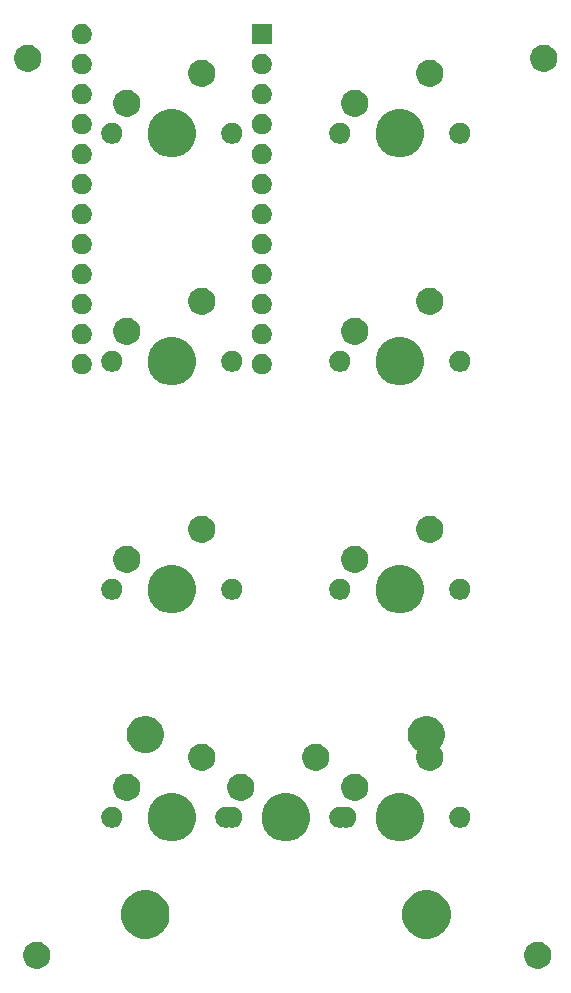
<source format=gts>
G04 #@! TF.GenerationSoftware,KiCad,Pcbnew,(5.0.1)-3*
G04 #@! TF.CreationDate,2019-12-27T22:22:09+02:00*
G04 #@! TF.ProjectId,8Sticc_2u,3853746963635F32752E6B696361645F,rev?*
G04 #@! TF.SameCoordinates,Original*
G04 #@! TF.FileFunction,Soldermask,Top*
G04 #@! TF.FilePolarity,Negative*
%FSLAX46Y46*%
G04 Gerber Fmt 4.6, Leading zero omitted, Abs format (unit mm)*
G04 Created by KiCad (PCBNEW (5.0.1)-3) date 12/27/19 22:22:09*
%MOMM*%
%LPD*%
G01*
G04 APERTURE LIST*
%ADD10C,0.100000*%
G04 APERTURE END LIST*
D10*
G36*
X142161484Y-144020982D02*
X142370952Y-144107746D01*
X142559473Y-144233712D01*
X142719788Y-144394027D01*
X142845754Y-144582548D01*
X142932518Y-144792016D01*
X142976750Y-145014385D01*
X142976750Y-145241115D01*
X142932518Y-145463484D01*
X142845754Y-145672952D01*
X142719788Y-145861473D01*
X142559473Y-146021788D01*
X142370952Y-146147754D01*
X142161484Y-146234518D01*
X141939115Y-146278750D01*
X141712385Y-146278750D01*
X141490016Y-146234518D01*
X141280548Y-146147754D01*
X141092027Y-146021788D01*
X140931712Y-145861473D01*
X140805746Y-145672952D01*
X140718982Y-145463484D01*
X140674750Y-145241115D01*
X140674750Y-145014385D01*
X140718982Y-144792016D01*
X140805746Y-144582548D01*
X140931712Y-144394027D01*
X141092027Y-144233712D01*
X141280548Y-144107746D01*
X141490016Y-144020982D01*
X141712385Y-143976750D01*
X141939115Y-143976750D01*
X142161484Y-144020982D01*
X142161484Y-144020982D01*
G37*
G36*
X99743484Y-144020982D02*
X99952952Y-144107746D01*
X100141473Y-144233712D01*
X100301788Y-144394027D01*
X100427754Y-144582548D01*
X100514518Y-144792016D01*
X100558750Y-145014385D01*
X100558750Y-145241115D01*
X100514518Y-145463484D01*
X100427754Y-145672952D01*
X100301788Y-145861473D01*
X100141473Y-146021788D01*
X99952952Y-146147754D01*
X99743484Y-146234518D01*
X99521115Y-146278750D01*
X99294385Y-146278750D01*
X99072016Y-146234518D01*
X98862548Y-146147754D01*
X98674027Y-146021788D01*
X98513712Y-145861473D01*
X98387746Y-145672952D01*
X98300982Y-145463484D01*
X98256750Y-145241115D01*
X98256750Y-145014385D01*
X98300982Y-144792016D01*
X98387746Y-144582548D01*
X98513712Y-144394027D01*
X98674027Y-144233712D01*
X98862548Y-144107746D01*
X99072016Y-144020982D01*
X99294385Y-143976750D01*
X99521115Y-143976750D01*
X99743484Y-144020982D01*
X99743484Y-144020982D01*
G37*
G36*
X132988002Y-139711568D02*
X132988004Y-139711569D01*
X132988005Y-139711569D01*
X133361263Y-139866177D01*
X133361264Y-139866178D01*
X133697189Y-140090636D01*
X133982864Y-140376311D01*
X133982866Y-140376314D01*
X134207323Y-140712237D01*
X134361931Y-141085495D01*
X134440750Y-141481744D01*
X134440750Y-141885756D01*
X134361931Y-142282005D01*
X134207323Y-142655263D01*
X134207322Y-142655264D01*
X133982864Y-142991189D01*
X133697189Y-143276864D01*
X133697186Y-143276866D01*
X133361263Y-143501323D01*
X132988005Y-143655931D01*
X132988004Y-143655931D01*
X132988002Y-143655932D01*
X132591757Y-143734750D01*
X132187743Y-143734750D01*
X131791498Y-143655932D01*
X131791496Y-143655931D01*
X131791495Y-143655931D01*
X131418237Y-143501323D01*
X131082314Y-143276866D01*
X131082311Y-143276864D01*
X130796636Y-142991189D01*
X130572178Y-142655264D01*
X130572177Y-142655263D01*
X130417569Y-142282005D01*
X130338750Y-141885756D01*
X130338750Y-141481744D01*
X130417569Y-141085495D01*
X130572177Y-140712237D01*
X130796634Y-140376314D01*
X130796636Y-140376311D01*
X131082311Y-140090636D01*
X131418236Y-139866178D01*
X131418237Y-139866177D01*
X131791495Y-139711569D01*
X131791496Y-139711569D01*
X131791498Y-139711568D01*
X132187743Y-139632750D01*
X132591757Y-139632750D01*
X132988002Y-139711568D01*
X132988002Y-139711568D01*
G37*
G36*
X109188002Y-139711568D02*
X109188004Y-139711569D01*
X109188005Y-139711569D01*
X109561263Y-139866177D01*
X109561264Y-139866178D01*
X109897189Y-140090636D01*
X110182864Y-140376311D01*
X110182866Y-140376314D01*
X110407323Y-140712237D01*
X110561931Y-141085495D01*
X110640750Y-141481744D01*
X110640750Y-141885756D01*
X110561931Y-142282005D01*
X110407323Y-142655263D01*
X110407322Y-142655264D01*
X110182864Y-142991189D01*
X109897189Y-143276864D01*
X109897186Y-143276866D01*
X109561263Y-143501323D01*
X109188005Y-143655931D01*
X109188004Y-143655931D01*
X109188002Y-143655932D01*
X108791757Y-143734750D01*
X108387743Y-143734750D01*
X107991498Y-143655932D01*
X107991496Y-143655931D01*
X107991495Y-143655931D01*
X107618237Y-143501323D01*
X107282314Y-143276866D01*
X107282311Y-143276864D01*
X106996636Y-142991189D01*
X106772178Y-142655264D01*
X106772177Y-142655263D01*
X106617569Y-142282005D01*
X106538750Y-141885756D01*
X106538750Y-141481744D01*
X106617569Y-141085495D01*
X106772177Y-140712237D01*
X106996634Y-140376314D01*
X106996636Y-140376311D01*
X107282311Y-140090636D01*
X107618236Y-139866178D01*
X107618237Y-139866177D01*
X107991495Y-139711569D01*
X107991496Y-139711569D01*
X107991498Y-139711568D01*
X108387743Y-139632750D01*
X108791757Y-139632750D01*
X109188002Y-139711568D01*
X109188002Y-139711568D01*
G37*
G36*
X121088002Y-131471568D02*
X121088004Y-131471569D01*
X121088005Y-131471569D01*
X121461263Y-131626177D01*
X121792655Y-131847607D01*
X121797189Y-131850636D01*
X122082864Y-132136311D01*
X122082866Y-132136314D01*
X122307323Y-132472237D01*
X122336530Y-132542750D01*
X122461932Y-132845498D01*
X122540750Y-133241743D01*
X122540750Y-133645757D01*
X122466686Y-134018104D01*
X122461931Y-134042005D01*
X122307323Y-134415263D01*
X122307322Y-134415264D01*
X122082864Y-134751189D01*
X121797189Y-135036864D01*
X121797186Y-135036866D01*
X121461263Y-135261323D01*
X121088005Y-135415931D01*
X121088004Y-135415931D01*
X121088002Y-135415932D01*
X120691757Y-135494750D01*
X120287743Y-135494750D01*
X119891498Y-135415932D01*
X119891496Y-135415931D01*
X119891495Y-135415931D01*
X119518237Y-135261323D01*
X119182314Y-135036866D01*
X119182311Y-135036864D01*
X118896636Y-134751189D01*
X118672178Y-134415264D01*
X118672177Y-134415263D01*
X118517569Y-134042005D01*
X118512815Y-134018104D01*
X118438750Y-133645757D01*
X118438750Y-133241743D01*
X118517568Y-132845498D01*
X118642970Y-132542750D01*
X118672177Y-132472237D01*
X118896634Y-132136314D01*
X118896636Y-132136311D01*
X119182311Y-131850636D01*
X119186845Y-131847607D01*
X119518237Y-131626177D01*
X119891495Y-131471569D01*
X119891496Y-131471569D01*
X119891498Y-131471568D01*
X120287743Y-131392750D01*
X120691757Y-131392750D01*
X121088002Y-131471568D01*
X121088002Y-131471568D01*
G37*
G36*
X130740002Y-131471568D02*
X130740004Y-131471569D01*
X130740005Y-131471569D01*
X131113263Y-131626177D01*
X131444655Y-131847607D01*
X131449189Y-131850636D01*
X131734864Y-132136311D01*
X131734866Y-132136314D01*
X131959323Y-132472237D01*
X131988530Y-132542750D01*
X132113932Y-132845498D01*
X132192750Y-133241743D01*
X132192750Y-133645757D01*
X132118686Y-134018104D01*
X132113931Y-134042005D01*
X131959323Y-134415263D01*
X131959322Y-134415264D01*
X131734864Y-134751189D01*
X131449189Y-135036864D01*
X131449186Y-135036866D01*
X131113263Y-135261323D01*
X130740005Y-135415931D01*
X130740004Y-135415931D01*
X130740002Y-135415932D01*
X130343757Y-135494750D01*
X129939743Y-135494750D01*
X129543498Y-135415932D01*
X129543496Y-135415931D01*
X129543495Y-135415931D01*
X129170237Y-135261323D01*
X128834314Y-135036866D01*
X128834311Y-135036864D01*
X128548636Y-134751189D01*
X128324178Y-134415264D01*
X128324177Y-134415263D01*
X128169569Y-134042005D01*
X128164815Y-134018104D01*
X128090750Y-133645757D01*
X128090750Y-133241743D01*
X128169568Y-132845498D01*
X128294970Y-132542750D01*
X128324177Y-132472237D01*
X128548634Y-132136314D01*
X128548636Y-132136311D01*
X128834311Y-131850636D01*
X128838845Y-131847607D01*
X129170237Y-131626177D01*
X129543495Y-131471569D01*
X129543496Y-131471569D01*
X129543498Y-131471568D01*
X129939743Y-131392750D01*
X130343757Y-131392750D01*
X130740002Y-131471568D01*
X130740002Y-131471568D01*
G37*
G36*
X111436002Y-131471568D02*
X111436004Y-131471569D01*
X111436005Y-131471569D01*
X111809263Y-131626177D01*
X112140655Y-131847607D01*
X112145189Y-131850636D01*
X112430864Y-132136311D01*
X112430866Y-132136314D01*
X112655323Y-132472237D01*
X112684530Y-132542750D01*
X112809932Y-132845498D01*
X112888750Y-133241743D01*
X112888750Y-133645757D01*
X112814686Y-134018104D01*
X112809931Y-134042005D01*
X112655323Y-134415263D01*
X112655322Y-134415264D01*
X112430864Y-134751189D01*
X112145189Y-135036864D01*
X112145186Y-135036866D01*
X111809263Y-135261323D01*
X111436005Y-135415931D01*
X111436004Y-135415931D01*
X111436002Y-135415932D01*
X111039757Y-135494750D01*
X110635743Y-135494750D01*
X110239498Y-135415932D01*
X110239496Y-135415931D01*
X110239495Y-135415931D01*
X109866237Y-135261323D01*
X109530314Y-135036866D01*
X109530311Y-135036864D01*
X109244636Y-134751189D01*
X109020178Y-134415264D01*
X109020177Y-134415263D01*
X108865569Y-134042005D01*
X108860815Y-134018104D01*
X108786750Y-133645757D01*
X108786750Y-133241743D01*
X108865568Y-132845498D01*
X108990970Y-132542750D01*
X109020177Y-132472237D01*
X109244634Y-132136314D01*
X109244636Y-132136311D01*
X109530311Y-131850636D01*
X109534845Y-131847607D01*
X109866237Y-131626177D01*
X110239495Y-131471569D01*
X110239496Y-131471569D01*
X110239498Y-131471568D01*
X110635743Y-131392750D01*
X111039757Y-131392750D01*
X111436002Y-131471568D01*
X111436002Y-131471568D01*
G37*
G36*
X135484562Y-132577374D02*
X135648534Y-132645294D01*
X135796104Y-132743897D01*
X135921603Y-132869396D01*
X136020206Y-133016966D01*
X136088126Y-133180938D01*
X136122750Y-133355009D01*
X136122750Y-133532491D01*
X136088126Y-133706562D01*
X136020206Y-133870534D01*
X135921603Y-134018104D01*
X135796104Y-134143603D01*
X135648534Y-134242206D01*
X135484562Y-134310126D01*
X135310491Y-134344750D01*
X135133009Y-134344750D01*
X134958938Y-134310126D01*
X134794966Y-134242206D01*
X134647396Y-134143603D01*
X134521897Y-134018104D01*
X134423294Y-133870534D01*
X134355374Y-133706562D01*
X134320750Y-133532491D01*
X134320750Y-133355009D01*
X134355374Y-133180938D01*
X134423294Y-133016966D01*
X134521897Y-132869396D01*
X134647396Y-132743897D01*
X134794966Y-132645294D01*
X134958938Y-132577374D01*
X135133009Y-132542750D01*
X135310491Y-132542750D01*
X135484562Y-132577374D01*
X135484562Y-132577374D01*
G37*
G36*
X115639378Y-132570773D02*
X115663749Y-132573174D01*
X115688122Y-132570773D01*
X115829009Y-132542750D01*
X116006491Y-132542750D01*
X116180562Y-132577374D01*
X116344534Y-132645294D01*
X116492104Y-132743897D01*
X116617603Y-132869396D01*
X116716206Y-133016966D01*
X116784126Y-133180938D01*
X116818750Y-133355009D01*
X116818750Y-133532491D01*
X116784126Y-133706562D01*
X116716206Y-133870534D01*
X116617603Y-134018104D01*
X116492104Y-134143603D01*
X116344534Y-134242206D01*
X116180562Y-134310126D01*
X116006491Y-134344750D01*
X115829009Y-134344750D01*
X115688122Y-134316727D01*
X115663751Y-134314326D01*
X115639378Y-134316727D01*
X115498491Y-134344750D01*
X115321009Y-134344750D01*
X115146938Y-134310126D01*
X114982966Y-134242206D01*
X114835396Y-134143603D01*
X114709897Y-134018104D01*
X114611294Y-133870534D01*
X114543374Y-133706562D01*
X114508750Y-133532491D01*
X114508750Y-133355009D01*
X114543374Y-133180938D01*
X114611294Y-133016966D01*
X114709897Y-132869396D01*
X114835396Y-132743897D01*
X114982966Y-132645294D01*
X115146938Y-132577374D01*
X115321009Y-132542750D01*
X115498491Y-132542750D01*
X115639378Y-132570773D01*
X115639378Y-132570773D01*
G37*
G36*
X106020562Y-132577374D02*
X106184534Y-132645294D01*
X106332104Y-132743897D01*
X106457603Y-132869396D01*
X106556206Y-133016966D01*
X106624126Y-133180938D01*
X106658750Y-133355009D01*
X106658750Y-133532491D01*
X106624126Y-133706562D01*
X106556206Y-133870534D01*
X106457603Y-134018104D01*
X106332104Y-134143603D01*
X106184534Y-134242206D01*
X106020562Y-134310126D01*
X105846491Y-134344750D01*
X105669009Y-134344750D01*
X105494938Y-134310126D01*
X105330966Y-134242206D01*
X105183396Y-134143603D01*
X105057897Y-134018104D01*
X104959294Y-133870534D01*
X104891374Y-133706562D01*
X104856750Y-133532491D01*
X104856750Y-133355009D01*
X104891374Y-133180938D01*
X104959294Y-133016966D01*
X105057897Y-132869396D01*
X105183396Y-132743897D01*
X105330966Y-132645294D01*
X105494938Y-132577374D01*
X105669009Y-132542750D01*
X105846491Y-132542750D01*
X106020562Y-132577374D01*
X106020562Y-132577374D01*
G37*
G36*
X125291378Y-132570773D02*
X125315749Y-132573174D01*
X125340122Y-132570773D01*
X125481009Y-132542750D01*
X125658491Y-132542750D01*
X125832562Y-132577374D01*
X125996534Y-132645294D01*
X126144104Y-132743897D01*
X126269603Y-132869396D01*
X126368206Y-133016966D01*
X126436126Y-133180938D01*
X126470750Y-133355009D01*
X126470750Y-133532491D01*
X126436126Y-133706562D01*
X126368206Y-133870534D01*
X126269603Y-134018104D01*
X126144104Y-134143603D01*
X125996534Y-134242206D01*
X125832562Y-134310126D01*
X125658491Y-134344750D01*
X125481009Y-134344750D01*
X125340122Y-134316727D01*
X125315751Y-134314326D01*
X125291378Y-134316727D01*
X125150491Y-134344750D01*
X124973009Y-134344750D01*
X124798938Y-134310126D01*
X124634966Y-134242206D01*
X124487396Y-134143603D01*
X124361897Y-134018104D01*
X124263294Y-133870534D01*
X124195374Y-133706562D01*
X124160750Y-133532491D01*
X124160750Y-133355009D01*
X124195374Y-133180938D01*
X124263294Y-133016966D01*
X124361897Y-132869396D01*
X124487396Y-132743897D01*
X124634966Y-132645294D01*
X124798938Y-132577374D01*
X124973009Y-132542750D01*
X125150491Y-132542750D01*
X125291378Y-132570773D01*
X125291378Y-132570773D01*
G37*
G36*
X117015484Y-129796982D02*
X117224952Y-129883746D01*
X117413473Y-130009712D01*
X117573788Y-130170027D01*
X117699754Y-130358548D01*
X117786518Y-130568016D01*
X117830750Y-130790385D01*
X117830750Y-131017115D01*
X117786518Y-131239484D01*
X117699754Y-131448952D01*
X117573788Y-131637473D01*
X117413473Y-131797788D01*
X117224952Y-131923754D01*
X117015484Y-132010518D01*
X116793115Y-132054750D01*
X116566385Y-132054750D01*
X116344016Y-132010518D01*
X116134548Y-131923754D01*
X115946027Y-131797788D01*
X115785712Y-131637473D01*
X115659746Y-131448952D01*
X115572982Y-131239484D01*
X115528750Y-131017115D01*
X115528750Y-130790385D01*
X115572982Y-130568016D01*
X115659746Y-130358548D01*
X115785712Y-130170027D01*
X115946027Y-130009712D01*
X116134548Y-129883746D01*
X116344016Y-129796982D01*
X116566385Y-129752750D01*
X116793115Y-129752750D01*
X117015484Y-129796982D01*
X117015484Y-129796982D01*
G37*
G36*
X107363484Y-129796982D02*
X107572952Y-129883746D01*
X107761473Y-130009712D01*
X107921788Y-130170027D01*
X108047754Y-130358548D01*
X108134518Y-130568016D01*
X108178750Y-130790385D01*
X108178750Y-131017115D01*
X108134518Y-131239484D01*
X108047754Y-131448952D01*
X107921788Y-131637473D01*
X107761473Y-131797788D01*
X107572952Y-131923754D01*
X107363484Y-132010518D01*
X107141115Y-132054750D01*
X106914385Y-132054750D01*
X106692016Y-132010518D01*
X106482548Y-131923754D01*
X106294027Y-131797788D01*
X106133712Y-131637473D01*
X106007746Y-131448952D01*
X105920982Y-131239484D01*
X105876750Y-131017115D01*
X105876750Y-130790385D01*
X105920982Y-130568016D01*
X106007746Y-130358548D01*
X106133712Y-130170027D01*
X106294027Y-130009712D01*
X106482548Y-129883746D01*
X106692016Y-129796982D01*
X106914385Y-129752750D01*
X107141115Y-129752750D01*
X107363484Y-129796982D01*
X107363484Y-129796982D01*
G37*
G36*
X126667484Y-129796982D02*
X126876952Y-129883746D01*
X127065473Y-130009712D01*
X127225788Y-130170027D01*
X127351754Y-130358548D01*
X127438518Y-130568016D01*
X127482750Y-130790385D01*
X127482750Y-131017115D01*
X127438518Y-131239484D01*
X127351754Y-131448952D01*
X127225788Y-131637473D01*
X127065473Y-131797788D01*
X126876952Y-131923754D01*
X126667484Y-132010518D01*
X126445115Y-132054750D01*
X126218385Y-132054750D01*
X125996016Y-132010518D01*
X125786548Y-131923754D01*
X125598027Y-131797788D01*
X125437712Y-131637473D01*
X125311746Y-131448952D01*
X125224982Y-131239484D01*
X125180750Y-131017115D01*
X125180750Y-130790385D01*
X125224982Y-130568016D01*
X125311746Y-130358548D01*
X125437712Y-130170027D01*
X125598027Y-130009712D01*
X125786548Y-129883746D01*
X125996016Y-129796982D01*
X126218385Y-129752750D01*
X126445115Y-129752750D01*
X126667484Y-129796982D01*
X126667484Y-129796982D01*
G37*
G36*
X113713484Y-127256982D02*
X113922952Y-127343746D01*
X114111473Y-127469712D01*
X114271788Y-127630027D01*
X114397754Y-127818548D01*
X114484518Y-128028016D01*
X114528750Y-128250385D01*
X114528750Y-128477115D01*
X114484518Y-128699484D01*
X114397754Y-128908952D01*
X114271788Y-129097473D01*
X114111473Y-129257788D01*
X113922952Y-129383754D01*
X113713484Y-129470518D01*
X113491115Y-129514750D01*
X113264385Y-129514750D01*
X113042016Y-129470518D01*
X112832548Y-129383754D01*
X112644027Y-129257788D01*
X112483712Y-129097473D01*
X112357746Y-128908952D01*
X112270982Y-128699484D01*
X112226750Y-128477115D01*
X112226750Y-128250385D01*
X112270982Y-128028016D01*
X112357746Y-127818548D01*
X112483712Y-127630027D01*
X112644027Y-127469712D01*
X112832548Y-127343746D01*
X113042016Y-127256982D01*
X113264385Y-127212750D01*
X113491115Y-127212750D01*
X113713484Y-127256982D01*
X113713484Y-127256982D01*
G37*
G36*
X132595489Y-124877798D02*
X132849452Y-124928314D01*
X133136266Y-125047117D01*
X133394392Y-125219591D01*
X133613909Y-125439108D01*
X133786383Y-125697234D01*
X133905186Y-125984048D01*
X133965750Y-126288528D01*
X133965750Y-126598972D01*
X133905186Y-126903452D01*
X133786383Y-127190266D01*
X133613909Y-127448392D01*
X133590843Y-127471458D01*
X133575297Y-127490400D01*
X133563746Y-127512011D01*
X133556633Y-127535460D01*
X133554231Y-127559846D01*
X133556633Y-127584232D01*
X133563746Y-127607681D01*
X133575297Y-127629292D01*
X133701754Y-127818548D01*
X133788518Y-128028016D01*
X133832750Y-128250385D01*
X133832750Y-128477115D01*
X133788518Y-128699484D01*
X133701754Y-128908952D01*
X133575788Y-129097473D01*
X133415473Y-129257788D01*
X133226952Y-129383754D01*
X133017484Y-129470518D01*
X132795115Y-129514750D01*
X132568385Y-129514750D01*
X132346016Y-129470518D01*
X132136548Y-129383754D01*
X131948027Y-129257788D01*
X131787712Y-129097473D01*
X131661746Y-128908952D01*
X131574982Y-128699484D01*
X131530750Y-128477115D01*
X131530750Y-128250385D01*
X131574982Y-128028016D01*
X131611392Y-127940113D01*
X131618505Y-127916663D01*
X131620907Y-127892277D01*
X131618505Y-127867891D01*
X131611392Y-127844442D01*
X131599840Y-127822831D01*
X131584295Y-127803889D01*
X131565357Y-127788348D01*
X131385108Y-127667909D01*
X131165591Y-127448392D01*
X130993117Y-127190266D01*
X130874314Y-126903452D01*
X130813750Y-126598972D01*
X130813750Y-126288528D01*
X130874314Y-125984048D01*
X130993117Y-125697234D01*
X131165591Y-125439108D01*
X131385108Y-125219591D01*
X131643234Y-125047117D01*
X131930048Y-124928314D01*
X132184011Y-124877798D01*
X132234527Y-124867750D01*
X132544973Y-124867750D01*
X132595489Y-124877798D01*
X132595489Y-124877798D01*
G37*
G36*
X123365484Y-127256982D02*
X123574952Y-127343746D01*
X123763473Y-127469712D01*
X123923788Y-127630027D01*
X124049754Y-127818548D01*
X124136518Y-128028016D01*
X124180750Y-128250385D01*
X124180750Y-128477115D01*
X124136518Y-128699484D01*
X124049754Y-128908952D01*
X123923788Y-129097473D01*
X123763473Y-129257788D01*
X123574952Y-129383754D01*
X123365484Y-129470518D01*
X123143115Y-129514750D01*
X122916385Y-129514750D01*
X122694016Y-129470518D01*
X122484548Y-129383754D01*
X122296027Y-129257788D01*
X122135712Y-129097473D01*
X122009746Y-128908952D01*
X121922982Y-128699484D01*
X121878750Y-128477115D01*
X121878750Y-128250385D01*
X121922982Y-128028016D01*
X122009746Y-127818548D01*
X122135712Y-127630027D01*
X122296027Y-127469712D01*
X122484548Y-127343746D01*
X122694016Y-127256982D01*
X122916385Y-127212750D01*
X123143115Y-127212750D01*
X123365484Y-127256982D01*
X123365484Y-127256982D01*
G37*
G36*
X108795489Y-124877798D02*
X109049452Y-124928314D01*
X109336266Y-125047117D01*
X109594392Y-125219591D01*
X109813909Y-125439108D01*
X109986383Y-125697234D01*
X110105186Y-125984048D01*
X110165750Y-126288528D01*
X110165750Y-126598972D01*
X110105186Y-126903452D01*
X109986383Y-127190266D01*
X109813909Y-127448392D01*
X109594392Y-127667909D01*
X109336266Y-127840383D01*
X109049452Y-127959186D01*
X108795489Y-128009702D01*
X108744973Y-128019750D01*
X108434527Y-128019750D01*
X108384011Y-128009702D01*
X108130048Y-127959186D01*
X107843234Y-127840383D01*
X107585108Y-127667909D01*
X107365591Y-127448392D01*
X107193117Y-127190266D01*
X107074314Y-126903452D01*
X107013750Y-126598972D01*
X107013750Y-126288528D01*
X107074314Y-125984048D01*
X107193117Y-125697234D01*
X107365591Y-125439108D01*
X107585108Y-125219591D01*
X107843234Y-125047117D01*
X108130048Y-124928314D01*
X108384011Y-124877798D01*
X108434527Y-124867750D01*
X108744973Y-124867750D01*
X108795489Y-124877798D01*
X108795489Y-124877798D01*
G37*
G36*
X130740002Y-112167568D02*
X130740004Y-112167569D01*
X130740005Y-112167569D01*
X131113263Y-112322177D01*
X131444655Y-112543607D01*
X131449189Y-112546636D01*
X131734864Y-112832311D01*
X131734866Y-112832314D01*
X131959323Y-113168237D01*
X131988530Y-113238750D01*
X132113932Y-113541498D01*
X132192750Y-113937743D01*
X132192750Y-114341757D01*
X132118686Y-114714104D01*
X132113931Y-114738005D01*
X131959323Y-115111263D01*
X131959322Y-115111264D01*
X131734864Y-115447189D01*
X131449189Y-115732864D01*
X131449186Y-115732866D01*
X131113263Y-115957323D01*
X130740005Y-116111931D01*
X130740004Y-116111931D01*
X130740002Y-116111932D01*
X130343757Y-116190750D01*
X129939743Y-116190750D01*
X129543498Y-116111932D01*
X129543496Y-116111931D01*
X129543495Y-116111931D01*
X129170237Y-115957323D01*
X128834314Y-115732866D01*
X128834311Y-115732864D01*
X128548636Y-115447189D01*
X128324178Y-115111264D01*
X128324177Y-115111263D01*
X128169569Y-114738005D01*
X128164815Y-114714104D01*
X128090750Y-114341757D01*
X128090750Y-113937743D01*
X128169568Y-113541498D01*
X128294970Y-113238750D01*
X128324177Y-113168237D01*
X128548634Y-112832314D01*
X128548636Y-112832311D01*
X128834311Y-112546636D01*
X128838845Y-112543607D01*
X129170237Y-112322177D01*
X129543495Y-112167569D01*
X129543496Y-112167569D01*
X129543498Y-112167568D01*
X129939743Y-112088750D01*
X130343757Y-112088750D01*
X130740002Y-112167568D01*
X130740002Y-112167568D01*
G37*
G36*
X111436002Y-112167568D02*
X111436004Y-112167569D01*
X111436005Y-112167569D01*
X111809263Y-112322177D01*
X112140655Y-112543607D01*
X112145189Y-112546636D01*
X112430864Y-112832311D01*
X112430866Y-112832314D01*
X112655323Y-113168237D01*
X112684530Y-113238750D01*
X112809932Y-113541498D01*
X112888750Y-113937743D01*
X112888750Y-114341757D01*
X112814686Y-114714104D01*
X112809931Y-114738005D01*
X112655323Y-115111263D01*
X112655322Y-115111264D01*
X112430864Y-115447189D01*
X112145189Y-115732864D01*
X112145186Y-115732866D01*
X111809263Y-115957323D01*
X111436005Y-116111931D01*
X111436004Y-116111931D01*
X111436002Y-116111932D01*
X111039757Y-116190750D01*
X110635743Y-116190750D01*
X110239498Y-116111932D01*
X110239496Y-116111931D01*
X110239495Y-116111931D01*
X109866237Y-115957323D01*
X109530314Y-115732866D01*
X109530311Y-115732864D01*
X109244636Y-115447189D01*
X109020178Y-115111264D01*
X109020177Y-115111263D01*
X108865569Y-114738005D01*
X108860815Y-114714104D01*
X108786750Y-114341757D01*
X108786750Y-113937743D01*
X108865568Y-113541498D01*
X108990970Y-113238750D01*
X109020177Y-113168237D01*
X109244634Y-112832314D01*
X109244636Y-112832311D01*
X109530311Y-112546636D01*
X109534845Y-112543607D01*
X109866237Y-112322177D01*
X110239495Y-112167569D01*
X110239496Y-112167569D01*
X110239498Y-112167568D01*
X110635743Y-112088750D01*
X111039757Y-112088750D01*
X111436002Y-112167568D01*
X111436002Y-112167568D01*
G37*
G36*
X106020562Y-113273374D02*
X106184534Y-113341294D01*
X106332104Y-113439897D01*
X106457603Y-113565396D01*
X106556206Y-113712966D01*
X106624126Y-113876938D01*
X106658750Y-114051009D01*
X106658750Y-114228491D01*
X106624126Y-114402562D01*
X106556206Y-114566534D01*
X106457603Y-114714104D01*
X106332104Y-114839603D01*
X106184534Y-114938206D01*
X106020562Y-115006126D01*
X105846491Y-115040750D01*
X105669009Y-115040750D01*
X105494938Y-115006126D01*
X105330966Y-114938206D01*
X105183396Y-114839603D01*
X105057897Y-114714104D01*
X104959294Y-114566534D01*
X104891374Y-114402562D01*
X104856750Y-114228491D01*
X104856750Y-114051009D01*
X104891374Y-113876938D01*
X104959294Y-113712966D01*
X105057897Y-113565396D01*
X105183396Y-113439897D01*
X105330966Y-113341294D01*
X105494938Y-113273374D01*
X105669009Y-113238750D01*
X105846491Y-113238750D01*
X106020562Y-113273374D01*
X106020562Y-113273374D01*
G37*
G36*
X135484562Y-113273374D02*
X135648534Y-113341294D01*
X135796104Y-113439897D01*
X135921603Y-113565396D01*
X136020206Y-113712966D01*
X136088126Y-113876938D01*
X136122750Y-114051009D01*
X136122750Y-114228491D01*
X136088126Y-114402562D01*
X136020206Y-114566534D01*
X135921603Y-114714104D01*
X135796104Y-114839603D01*
X135648534Y-114938206D01*
X135484562Y-115006126D01*
X135310491Y-115040750D01*
X135133009Y-115040750D01*
X134958938Y-115006126D01*
X134794966Y-114938206D01*
X134647396Y-114839603D01*
X134521897Y-114714104D01*
X134423294Y-114566534D01*
X134355374Y-114402562D01*
X134320750Y-114228491D01*
X134320750Y-114051009D01*
X134355374Y-113876938D01*
X134423294Y-113712966D01*
X134521897Y-113565396D01*
X134647396Y-113439897D01*
X134794966Y-113341294D01*
X134958938Y-113273374D01*
X135133009Y-113238750D01*
X135310491Y-113238750D01*
X135484562Y-113273374D01*
X135484562Y-113273374D01*
G37*
G36*
X125324562Y-113273374D02*
X125488534Y-113341294D01*
X125636104Y-113439897D01*
X125761603Y-113565396D01*
X125860206Y-113712966D01*
X125928126Y-113876938D01*
X125962750Y-114051009D01*
X125962750Y-114228491D01*
X125928126Y-114402562D01*
X125860206Y-114566534D01*
X125761603Y-114714104D01*
X125636104Y-114839603D01*
X125488534Y-114938206D01*
X125324562Y-115006126D01*
X125150491Y-115040750D01*
X124973009Y-115040750D01*
X124798938Y-115006126D01*
X124634966Y-114938206D01*
X124487396Y-114839603D01*
X124361897Y-114714104D01*
X124263294Y-114566534D01*
X124195374Y-114402562D01*
X124160750Y-114228491D01*
X124160750Y-114051009D01*
X124195374Y-113876938D01*
X124263294Y-113712966D01*
X124361897Y-113565396D01*
X124487396Y-113439897D01*
X124634966Y-113341294D01*
X124798938Y-113273374D01*
X124973009Y-113238750D01*
X125150491Y-113238750D01*
X125324562Y-113273374D01*
X125324562Y-113273374D01*
G37*
G36*
X116180562Y-113273374D02*
X116344534Y-113341294D01*
X116492104Y-113439897D01*
X116617603Y-113565396D01*
X116716206Y-113712966D01*
X116784126Y-113876938D01*
X116818750Y-114051009D01*
X116818750Y-114228491D01*
X116784126Y-114402562D01*
X116716206Y-114566534D01*
X116617603Y-114714104D01*
X116492104Y-114839603D01*
X116344534Y-114938206D01*
X116180562Y-115006126D01*
X116006491Y-115040750D01*
X115829009Y-115040750D01*
X115654938Y-115006126D01*
X115490966Y-114938206D01*
X115343396Y-114839603D01*
X115217897Y-114714104D01*
X115119294Y-114566534D01*
X115051374Y-114402562D01*
X115016750Y-114228491D01*
X115016750Y-114051009D01*
X115051374Y-113876938D01*
X115119294Y-113712966D01*
X115217897Y-113565396D01*
X115343396Y-113439897D01*
X115490966Y-113341294D01*
X115654938Y-113273374D01*
X115829009Y-113238750D01*
X116006491Y-113238750D01*
X116180562Y-113273374D01*
X116180562Y-113273374D01*
G37*
G36*
X107363484Y-110492982D02*
X107572952Y-110579746D01*
X107761473Y-110705712D01*
X107921788Y-110866027D01*
X108047754Y-111054548D01*
X108134518Y-111264016D01*
X108178750Y-111486385D01*
X108178750Y-111713115D01*
X108134518Y-111935484D01*
X108047754Y-112144952D01*
X107921788Y-112333473D01*
X107761473Y-112493788D01*
X107572952Y-112619754D01*
X107363484Y-112706518D01*
X107141115Y-112750750D01*
X106914385Y-112750750D01*
X106692016Y-112706518D01*
X106482548Y-112619754D01*
X106294027Y-112493788D01*
X106133712Y-112333473D01*
X106007746Y-112144952D01*
X105920982Y-111935484D01*
X105876750Y-111713115D01*
X105876750Y-111486385D01*
X105920982Y-111264016D01*
X106007746Y-111054548D01*
X106133712Y-110866027D01*
X106294027Y-110705712D01*
X106482548Y-110579746D01*
X106692016Y-110492982D01*
X106914385Y-110448750D01*
X107141115Y-110448750D01*
X107363484Y-110492982D01*
X107363484Y-110492982D01*
G37*
G36*
X126667484Y-110492982D02*
X126876952Y-110579746D01*
X127065473Y-110705712D01*
X127225788Y-110866027D01*
X127351754Y-111054548D01*
X127438518Y-111264016D01*
X127482750Y-111486385D01*
X127482750Y-111713115D01*
X127438518Y-111935484D01*
X127351754Y-112144952D01*
X127225788Y-112333473D01*
X127065473Y-112493788D01*
X126876952Y-112619754D01*
X126667484Y-112706518D01*
X126445115Y-112750750D01*
X126218385Y-112750750D01*
X125996016Y-112706518D01*
X125786548Y-112619754D01*
X125598027Y-112493788D01*
X125437712Y-112333473D01*
X125311746Y-112144952D01*
X125224982Y-111935484D01*
X125180750Y-111713115D01*
X125180750Y-111486385D01*
X125224982Y-111264016D01*
X125311746Y-111054548D01*
X125437712Y-110866027D01*
X125598027Y-110705712D01*
X125786548Y-110579746D01*
X125996016Y-110492982D01*
X126218385Y-110448750D01*
X126445115Y-110448750D01*
X126667484Y-110492982D01*
X126667484Y-110492982D01*
G37*
G36*
X133017484Y-107952982D02*
X133226952Y-108039746D01*
X133415473Y-108165712D01*
X133575788Y-108326027D01*
X133701754Y-108514548D01*
X133788518Y-108724016D01*
X133832750Y-108946385D01*
X133832750Y-109173115D01*
X133788518Y-109395484D01*
X133701754Y-109604952D01*
X133575788Y-109793473D01*
X133415473Y-109953788D01*
X133226952Y-110079754D01*
X133017484Y-110166518D01*
X132795115Y-110210750D01*
X132568385Y-110210750D01*
X132346016Y-110166518D01*
X132136548Y-110079754D01*
X131948027Y-109953788D01*
X131787712Y-109793473D01*
X131661746Y-109604952D01*
X131574982Y-109395484D01*
X131530750Y-109173115D01*
X131530750Y-108946385D01*
X131574982Y-108724016D01*
X131661746Y-108514548D01*
X131787712Y-108326027D01*
X131948027Y-108165712D01*
X132136548Y-108039746D01*
X132346016Y-107952982D01*
X132568385Y-107908750D01*
X132795115Y-107908750D01*
X133017484Y-107952982D01*
X133017484Y-107952982D01*
G37*
G36*
X113713484Y-107952982D02*
X113922952Y-108039746D01*
X114111473Y-108165712D01*
X114271788Y-108326027D01*
X114397754Y-108514548D01*
X114484518Y-108724016D01*
X114528750Y-108946385D01*
X114528750Y-109173115D01*
X114484518Y-109395484D01*
X114397754Y-109604952D01*
X114271788Y-109793473D01*
X114111473Y-109953788D01*
X113922952Y-110079754D01*
X113713484Y-110166518D01*
X113491115Y-110210750D01*
X113264385Y-110210750D01*
X113042016Y-110166518D01*
X112832548Y-110079754D01*
X112644027Y-109953788D01*
X112483712Y-109793473D01*
X112357746Y-109604952D01*
X112270982Y-109395484D01*
X112226750Y-109173115D01*
X112226750Y-108946385D01*
X112270982Y-108724016D01*
X112357746Y-108514548D01*
X112483712Y-108326027D01*
X112644027Y-108165712D01*
X112832548Y-108039746D01*
X113042016Y-107952982D01*
X113264385Y-107908750D01*
X113491115Y-107908750D01*
X113713484Y-107952982D01*
X113713484Y-107952982D01*
G37*
G36*
X130740002Y-92863568D02*
X130740004Y-92863569D01*
X130740005Y-92863569D01*
X131113263Y-93018177D01*
X131401489Y-93210764D01*
X131449189Y-93242636D01*
X131734864Y-93528311D01*
X131734866Y-93528314D01*
X131959323Y-93864237D01*
X131988530Y-93934750D01*
X132113932Y-94237498D01*
X132192750Y-94633743D01*
X132192750Y-95037757D01*
X132118686Y-95410104D01*
X132113931Y-95434005D01*
X131959323Y-95807263D01*
X131737893Y-96138655D01*
X131734864Y-96143189D01*
X131449189Y-96428864D01*
X131449186Y-96428866D01*
X131113263Y-96653323D01*
X130740005Y-96807931D01*
X130740004Y-96807931D01*
X130740002Y-96807932D01*
X130343757Y-96886750D01*
X129939743Y-96886750D01*
X129543498Y-96807932D01*
X129543496Y-96807931D01*
X129543495Y-96807931D01*
X129170237Y-96653323D01*
X128834314Y-96428866D01*
X128834311Y-96428864D01*
X128548636Y-96143189D01*
X128545607Y-96138655D01*
X128324177Y-95807263D01*
X128169569Y-95434005D01*
X128164815Y-95410104D01*
X128090750Y-95037757D01*
X128090750Y-94633743D01*
X128169568Y-94237498D01*
X128294970Y-93934750D01*
X128324177Y-93864237D01*
X128548634Y-93528314D01*
X128548636Y-93528311D01*
X128834311Y-93242636D01*
X128882011Y-93210764D01*
X129170237Y-93018177D01*
X129543495Y-92863569D01*
X129543496Y-92863569D01*
X129543498Y-92863568D01*
X129939743Y-92784750D01*
X130343757Y-92784750D01*
X130740002Y-92863568D01*
X130740002Y-92863568D01*
G37*
G36*
X111436002Y-92863568D02*
X111436004Y-92863569D01*
X111436005Y-92863569D01*
X111809263Y-93018177D01*
X112097489Y-93210764D01*
X112145189Y-93242636D01*
X112430864Y-93528311D01*
X112430866Y-93528314D01*
X112655323Y-93864237D01*
X112684530Y-93934750D01*
X112809932Y-94237498D01*
X112888750Y-94633743D01*
X112888750Y-95037757D01*
X112814686Y-95410104D01*
X112809931Y-95434005D01*
X112655323Y-95807263D01*
X112433893Y-96138655D01*
X112430864Y-96143189D01*
X112145189Y-96428864D01*
X112145186Y-96428866D01*
X111809263Y-96653323D01*
X111436005Y-96807931D01*
X111436004Y-96807931D01*
X111436002Y-96807932D01*
X111039757Y-96886750D01*
X110635743Y-96886750D01*
X110239498Y-96807932D01*
X110239496Y-96807931D01*
X110239495Y-96807931D01*
X109866237Y-96653323D01*
X109530314Y-96428866D01*
X109530311Y-96428864D01*
X109244636Y-96143189D01*
X109241607Y-96138655D01*
X109020177Y-95807263D01*
X108865569Y-95434005D01*
X108860815Y-95410104D01*
X108786750Y-95037757D01*
X108786750Y-94633743D01*
X108865568Y-94237498D01*
X108990970Y-93934750D01*
X109020177Y-93864237D01*
X109244634Y-93528314D01*
X109244636Y-93528311D01*
X109530311Y-93242636D01*
X109578011Y-93210764D01*
X109866237Y-93018177D01*
X110239495Y-92863569D01*
X110239496Y-92863569D01*
X110239498Y-92863568D01*
X110635743Y-92784750D01*
X111039757Y-92784750D01*
X111436002Y-92863568D01*
X111436002Y-92863568D01*
G37*
G36*
X118705978Y-94271453D02*
X118860850Y-94335603D01*
X119000231Y-94428735D01*
X119118765Y-94547269D01*
X119211897Y-94686650D01*
X119276047Y-94841522D01*
X119308750Y-95005934D01*
X119308750Y-95173566D01*
X119276047Y-95337978D01*
X119211897Y-95492850D01*
X119118765Y-95632231D01*
X119000231Y-95750765D01*
X118860850Y-95843897D01*
X118705978Y-95908047D01*
X118541566Y-95940750D01*
X118373934Y-95940750D01*
X118209522Y-95908047D01*
X118054650Y-95843897D01*
X117915269Y-95750765D01*
X117796735Y-95632231D01*
X117703603Y-95492850D01*
X117639453Y-95337978D01*
X117606750Y-95173566D01*
X117606750Y-95005934D01*
X117639453Y-94841522D01*
X117703603Y-94686650D01*
X117796735Y-94547269D01*
X117915269Y-94428735D01*
X118054650Y-94335603D01*
X118209522Y-94271453D01*
X118373934Y-94238750D01*
X118541566Y-94238750D01*
X118705978Y-94271453D01*
X118705978Y-94271453D01*
G37*
G36*
X103465978Y-94271453D02*
X103620850Y-94335603D01*
X103760231Y-94428735D01*
X103878765Y-94547269D01*
X103971897Y-94686650D01*
X104036047Y-94841522D01*
X104068750Y-95005934D01*
X104068750Y-95173566D01*
X104036047Y-95337978D01*
X103971897Y-95492850D01*
X103878765Y-95632231D01*
X103760231Y-95750765D01*
X103620850Y-95843897D01*
X103465978Y-95908047D01*
X103301566Y-95940750D01*
X103133934Y-95940750D01*
X102969522Y-95908047D01*
X102814650Y-95843897D01*
X102675269Y-95750765D01*
X102556735Y-95632231D01*
X102463603Y-95492850D01*
X102399453Y-95337978D01*
X102366750Y-95173566D01*
X102366750Y-95005934D01*
X102399453Y-94841522D01*
X102463603Y-94686650D01*
X102556735Y-94547269D01*
X102675269Y-94428735D01*
X102814650Y-94335603D01*
X102969522Y-94271453D01*
X103133934Y-94238750D01*
X103301566Y-94238750D01*
X103465978Y-94271453D01*
X103465978Y-94271453D01*
G37*
G36*
X106020562Y-93969374D02*
X106184534Y-94037294D01*
X106332104Y-94135897D01*
X106457603Y-94261396D01*
X106556206Y-94408966D01*
X106624126Y-94572938D01*
X106658750Y-94747009D01*
X106658750Y-94924491D01*
X106624126Y-95098562D01*
X106556206Y-95262534D01*
X106457603Y-95410104D01*
X106332104Y-95535603D01*
X106184534Y-95634206D01*
X106020562Y-95702126D01*
X105846491Y-95736750D01*
X105669009Y-95736750D01*
X105494938Y-95702126D01*
X105330966Y-95634206D01*
X105183396Y-95535603D01*
X105057897Y-95410104D01*
X104959294Y-95262534D01*
X104891374Y-95098562D01*
X104856750Y-94924491D01*
X104856750Y-94747009D01*
X104891374Y-94572938D01*
X104959294Y-94408966D01*
X105057897Y-94261396D01*
X105183396Y-94135897D01*
X105330966Y-94037294D01*
X105494938Y-93969374D01*
X105669009Y-93934750D01*
X105846491Y-93934750D01*
X106020562Y-93969374D01*
X106020562Y-93969374D01*
G37*
G36*
X116180562Y-93969374D02*
X116344534Y-94037294D01*
X116492104Y-94135897D01*
X116617603Y-94261396D01*
X116716206Y-94408966D01*
X116784126Y-94572938D01*
X116818750Y-94747009D01*
X116818750Y-94924491D01*
X116784126Y-95098562D01*
X116716206Y-95262534D01*
X116617603Y-95410104D01*
X116492104Y-95535603D01*
X116344534Y-95634206D01*
X116180562Y-95702126D01*
X116006491Y-95736750D01*
X115829009Y-95736750D01*
X115654938Y-95702126D01*
X115490966Y-95634206D01*
X115343396Y-95535603D01*
X115217897Y-95410104D01*
X115119294Y-95262534D01*
X115051374Y-95098562D01*
X115016750Y-94924491D01*
X115016750Y-94747009D01*
X115051374Y-94572938D01*
X115119294Y-94408966D01*
X115217897Y-94261396D01*
X115343396Y-94135897D01*
X115490966Y-94037294D01*
X115654938Y-93969374D01*
X115829009Y-93934750D01*
X116006491Y-93934750D01*
X116180562Y-93969374D01*
X116180562Y-93969374D01*
G37*
G36*
X135484562Y-93969374D02*
X135648534Y-94037294D01*
X135796104Y-94135897D01*
X135921603Y-94261396D01*
X136020206Y-94408966D01*
X136088126Y-94572938D01*
X136122750Y-94747009D01*
X136122750Y-94924491D01*
X136088126Y-95098562D01*
X136020206Y-95262534D01*
X135921603Y-95410104D01*
X135796104Y-95535603D01*
X135648534Y-95634206D01*
X135484562Y-95702126D01*
X135310491Y-95736750D01*
X135133009Y-95736750D01*
X134958938Y-95702126D01*
X134794966Y-95634206D01*
X134647396Y-95535603D01*
X134521897Y-95410104D01*
X134423294Y-95262534D01*
X134355374Y-95098562D01*
X134320750Y-94924491D01*
X134320750Y-94747009D01*
X134355374Y-94572938D01*
X134423294Y-94408966D01*
X134521897Y-94261396D01*
X134647396Y-94135897D01*
X134794966Y-94037294D01*
X134958938Y-93969374D01*
X135133009Y-93934750D01*
X135310491Y-93934750D01*
X135484562Y-93969374D01*
X135484562Y-93969374D01*
G37*
G36*
X125324562Y-93969374D02*
X125488534Y-94037294D01*
X125636104Y-94135897D01*
X125761603Y-94261396D01*
X125860206Y-94408966D01*
X125928126Y-94572938D01*
X125962750Y-94747009D01*
X125962750Y-94924491D01*
X125928126Y-95098562D01*
X125860206Y-95262534D01*
X125761603Y-95410104D01*
X125636104Y-95535603D01*
X125488534Y-95634206D01*
X125324562Y-95702126D01*
X125150491Y-95736750D01*
X124973009Y-95736750D01*
X124798938Y-95702126D01*
X124634966Y-95634206D01*
X124487396Y-95535603D01*
X124361897Y-95410104D01*
X124263294Y-95262534D01*
X124195374Y-95098562D01*
X124160750Y-94924491D01*
X124160750Y-94747009D01*
X124195374Y-94572938D01*
X124263294Y-94408966D01*
X124361897Y-94261396D01*
X124487396Y-94135897D01*
X124634966Y-94037294D01*
X124798938Y-93969374D01*
X124973009Y-93934750D01*
X125150491Y-93934750D01*
X125324562Y-93969374D01*
X125324562Y-93969374D01*
G37*
G36*
X107363484Y-91188982D02*
X107572952Y-91275746D01*
X107761473Y-91401712D01*
X107921788Y-91562027D01*
X108047754Y-91750548D01*
X108134518Y-91960016D01*
X108178750Y-92182385D01*
X108178750Y-92409115D01*
X108134518Y-92631484D01*
X108047754Y-92840952D01*
X107921788Y-93029473D01*
X107761473Y-93189788D01*
X107572952Y-93315754D01*
X107363484Y-93402518D01*
X107141115Y-93446750D01*
X106914385Y-93446750D01*
X106692016Y-93402518D01*
X106482548Y-93315754D01*
X106294027Y-93189788D01*
X106133712Y-93029473D01*
X106007746Y-92840952D01*
X105920982Y-92631484D01*
X105876750Y-92409115D01*
X105876750Y-92182385D01*
X105920982Y-91960016D01*
X106007746Y-91750548D01*
X106133712Y-91562027D01*
X106294027Y-91401712D01*
X106482548Y-91275746D01*
X106692016Y-91188982D01*
X106914385Y-91144750D01*
X107141115Y-91144750D01*
X107363484Y-91188982D01*
X107363484Y-91188982D01*
G37*
G36*
X126667484Y-91188982D02*
X126876952Y-91275746D01*
X127065473Y-91401712D01*
X127225788Y-91562027D01*
X127351754Y-91750548D01*
X127438518Y-91960016D01*
X127482750Y-92182385D01*
X127482750Y-92409115D01*
X127438518Y-92631484D01*
X127351754Y-92840952D01*
X127225788Y-93029473D01*
X127065473Y-93189788D01*
X126876952Y-93315754D01*
X126667484Y-93402518D01*
X126445115Y-93446750D01*
X126218385Y-93446750D01*
X125996016Y-93402518D01*
X125786548Y-93315754D01*
X125598027Y-93189788D01*
X125437712Y-93029473D01*
X125311746Y-92840952D01*
X125224982Y-92631484D01*
X125180750Y-92409115D01*
X125180750Y-92182385D01*
X125224982Y-91960016D01*
X125311746Y-91750548D01*
X125437712Y-91562027D01*
X125598027Y-91401712D01*
X125786548Y-91275746D01*
X125996016Y-91188982D01*
X126218385Y-91144750D01*
X126445115Y-91144750D01*
X126667484Y-91188982D01*
X126667484Y-91188982D01*
G37*
G36*
X103465978Y-91731453D02*
X103620850Y-91795603D01*
X103760231Y-91888735D01*
X103878765Y-92007269D01*
X103971897Y-92146650D01*
X104036047Y-92301522D01*
X104068750Y-92465934D01*
X104068750Y-92633566D01*
X104036047Y-92797978D01*
X103971897Y-92952850D01*
X103878765Y-93092231D01*
X103760231Y-93210765D01*
X103620850Y-93303897D01*
X103465978Y-93368047D01*
X103301566Y-93400750D01*
X103133934Y-93400750D01*
X102969522Y-93368047D01*
X102814650Y-93303897D01*
X102675269Y-93210765D01*
X102556735Y-93092231D01*
X102463603Y-92952850D01*
X102399453Y-92797978D01*
X102366750Y-92633566D01*
X102366750Y-92465934D01*
X102399453Y-92301522D01*
X102463603Y-92146650D01*
X102556735Y-92007269D01*
X102675269Y-91888735D01*
X102814650Y-91795603D01*
X102969522Y-91731453D01*
X103133934Y-91698750D01*
X103301566Y-91698750D01*
X103465978Y-91731453D01*
X103465978Y-91731453D01*
G37*
G36*
X118705978Y-91731453D02*
X118860850Y-91795603D01*
X119000231Y-91888735D01*
X119118765Y-92007269D01*
X119211897Y-92146650D01*
X119276047Y-92301522D01*
X119308750Y-92465934D01*
X119308750Y-92633566D01*
X119276047Y-92797978D01*
X119211897Y-92952850D01*
X119118765Y-93092231D01*
X119000231Y-93210765D01*
X118860850Y-93303897D01*
X118705978Y-93368047D01*
X118541566Y-93400750D01*
X118373934Y-93400750D01*
X118209522Y-93368047D01*
X118054650Y-93303897D01*
X117915269Y-93210765D01*
X117796735Y-93092231D01*
X117703603Y-92952850D01*
X117639453Y-92797978D01*
X117606750Y-92633566D01*
X117606750Y-92465934D01*
X117639453Y-92301522D01*
X117703603Y-92146650D01*
X117796735Y-92007269D01*
X117915269Y-91888735D01*
X118054650Y-91795603D01*
X118209522Y-91731453D01*
X118373934Y-91698750D01*
X118541566Y-91698750D01*
X118705978Y-91731453D01*
X118705978Y-91731453D01*
G37*
G36*
X113713484Y-88648982D02*
X113922952Y-88735746D01*
X114111473Y-88861712D01*
X114271788Y-89022027D01*
X114397754Y-89210548D01*
X114484518Y-89420016D01*
X114528750Y-89642385D01*
X114528750Y-89869115D01*
X114484518Y-90091484D01*
X114397754Y-90300952D01*
X114271788Y-90489473D01*
X114111473Y-90649788D01*
X113922952Y-90775754D01*
X113713484Y-90862518D01*
X113491115Y-90906750D01*
X113264385Y-90906750D01*
X113042016Y-90862518D01*
X112832548Y-90775754D01*
X112644027Y-90649788D01*
X112483712Y-90489473D01*
X112357746Y-90300952D01*
X112270982Y-90091484D01*
X112226750Y-89869115D01*
X112226750Y-89642385D01*
X112270982Y-89420016D01*
X112357746Y-89210548D01*
X112483712Y-89022027D01*
X112644027Y-88861712D01*
X112832548Y-88735746D01*
X113042016Y-88648982D01*
X113264385Y-88604750D01*
X113491115Y-88604750D01*
X113713484Y-88648982D01*
X113713484Y-88648982D01*
G37*
G36*
X133017484Y-88648982D02*
X133226952Y-88735746D01*
X133415473Y-88861712D01*
X133575788Y-89022027D01*
X133701754Y-89210548D01*
X133788518Y-89420016D01*
X133832750Y-89642385D01*
X133832750Y-89869115D01*
X133788518Y-90091484D01*
X133701754Y-90300952D01*
X133575788Y-90489473D01*
X133415473Y-90649788D01*
X133226952Y-90775754D01*
X133017484Y-90862518D01*
X132795115Y-90906750D01*
X132568385Y-90906750D01*
X132346016Y-90862518D01*
X132136548Y-90775754D01*
X131948027Y-90649788D01*
X131787712Y-90489473D01*
X131661746Y-90300952D01*
X131574982Y-90091484D01*
X131530750Y-89869115D01*
X131530750Y-89642385D01*
X131574982Y-89420016D01*
X131661746Y-89210548D01*
X131787712Y-89022027D01*
X131948027Y-88861712D01*
X132136548Y-88735746D01*
X132346016Y-88648982D01*
X132568385Y-88604750D01*
X132795115Y-88604750D01*
X133017484Y-88648982D01*
X133017484Y-88648982D01*
G37*
G36*
X103465978Y-89191453D02*
X103620850Y-89255603D01*
X103760231Y-89348735D01*
X103878765Y-89467269D01*
X103971897Y-89606650D01*
X104036047Y-89761522D01*
X104068750Y-89925934D01*
X104068750Y-90093566D01*
X104036047Y-90257978D01*
X103971897Y-90412850D01*
X103878765Y-90552231D01*
X103760231Y-90670765D01*
X103620850Y-90763897D01*
X103465978Y-90828047D01*
X103301566Y-90860750D01*
X103133934Y-90860750D01*
X102969522Y-90828047D01*
X102814650Y-90763897D01*
X102675269Y-90670765D01*
X102556735Y-90552231D01*
X102463603Y-90412850D01*
X102399453Y-90257978D01*
X102366750Y-90093566D01*
X102366750Y-89925934D01*
X102399453Y-89761522D01*
X102463603Y-89606650D01*
X102556735Y-89467269D01*
X102675269Y-89348735D01*
X102814650Y-89255603D01*
X102969522Y-89191453D01*
X103133934Y-89158750D01*
X103301566Y-89158750D01*
X103465978Y-89191453D01*
X103465978Y-89191453D01*
G37*
G36*
X118705978Y-89191453D02*
X118860850Y-89255603D01*
X119000231Y-89348735D01*
X119118765Y-89467269D01*
X119211897Y-89606650D01*
X119276047Y-89761522D01*
X119308750Y-89925934D01*
X119308750Y-90093566D01*
X119276047Y-90257978D01*
X119211897Y-90412850D01*
X119118765Y-90552231D01*
X119000231Y-90670765D01*
X118860850Y-90763897D01*
X118705978Y-90828047D01*
X118541566Y-90860750D01*
X118373934Y-90860750D01*
X118209522Y-90828047D01*
X118054650Y-90763897D01*
X117915269Y-90670765D01*
X117796735Y-90552231D01*
X117703603Y-90412850D01*
X117639453Y-90257978D01*
X117606750Y-90093566D01*
X117606750Y-89925934D01*
X117639453Y-89761522D01*
X117703603Y-89606650D01*
X117796735Y-89467269D01*
X117915269Y-89348735D01*
X118054650Y-89255603D01*
X118209522Y-89191453D01*
X118373934Y-89158750D01*
X118541566Y-89158750D01*
X118705978Y-89191453D01*
X118705978Y-89191453D01*
G37*
G36*
X103465978Y-86651453D02*
X103620850Y-86715603D01*
X103760231Y-86808735D01*
X103878765Y-86927269D01*
X103971897Y-87066650D01*
X104036047Y-87221522D01*
X104068750Y-87385934D01*
X104068750Y-87553566D01*
X104036047Y-87717978D01*
X103971897Y-87872850D01*
X103878765Y-88012231D01*
X103760231Y-88130765D01*
X103620850Y-88223897D01*
X103465978Y-88288047D01*
X103301566Y-88320750D01*
X103133934Y-88320750D01*
X102969522Y-88288047D01*
X102814650Y-88223897D01*
X102675269Y-88130765D01*
X102556735Y-88012231D01*
X102463603Y-87872850D01*
X102399453Y-87717978D01*
X102366750Y-87553566D01*
X102366750Y-87385934D01*
X102399453Y-87221522D01*
X102463603Y-87066650D01*
X102556735Y-86927269D01*
X102675269Y-86808735D01*
X102814650Y-86715603D01*
X102969522Y-86651453D01*
X103133934Y-86618750D01*
X103301566Y-86618750D01*
X103465978Y-86651453D01*
X103465978Y-86651453D01*
G37*
G36*
X118705978Y-86651453D02*
X118860850Y-86715603D01*
X119000231Y-86808735D01*
X119118765Y-86927269D01*
X119211897Y-87066650D01*
X119276047Y-87221522D01*
X119308750Y-87385934D01*
X119308750Y-87553566D01*
X119276047Y-87717978D01*
X119211897Y-87872850D01*
X119118765Y-88012231D01*
X119000231Y-88130765D01*
X118860850Y-88223897D01*
X118705978Y-88288047D01*
X118541566Y-88320750D01*
X118373934Y-88320750D01*
X118209522Y-88288047D01*
X118054650Y-88223897D01*
X117915269Y-88130765D01*
X117796735Y-88012231D01*
X117703603Y-87872850D01*
X117639453Y-87717978D01*
X117606750Y-87553566D01*
X117606750Y-87385934D01*
X117639453Y-87221522D01*
X117703603Y-87066650D01*
X117796735Y-86927269D01*
X117915269Y-86808735D01*
X118054650Y-86715603D01*
X118209522Y-86651453D01*
X118373934Y-86618750D01*
X118541566Y-86618750D01*
X118705978Y-86651453D01*
X118705978Y-86651453D01*
G37*
G36*
X118705978Y-84111453D02*
X118860850Y-84175603D01*
X119000231Y-84268735D01*
X119118765Y-84387269D01*
X119211897Y-84526650D01*
X119276047Y-84681522D01*
X119308750Y-84845934D01*
X119308750Y-85013566D01*
X119276047Y-85177978D01*
X119211897Y-85332850D01*
X119118765Y-85472231D01*
X119000231Y-85590765D01*
X118860850Y-85683897D01*
X118705978Y-85748047D01*
X118541566Y-85780750D01*
X118373934Y-85780750D01*
X118209522Y-85748047D01*
X118054650Y-85683897D01*
X117915269Y-85590765D01*
X117796735Y-85472231D01*
X117703603Y-85332850D01*
X117639453Y-85177978D01*
X117606750Y-85013566D01*
X117606750Y-84845934D01*
X117639453Y-84681522D01*
X117703603Y-84526650D01*
X117796735Y-84387269D01*
X117915269Y-84268735D01*
X118054650Y-84175603D01*
X118209522Y-84111453D01*
X118373934Y-84078750D01*
X118541566Y-84078750D01*
X118705978Y-84111453D01*
X118705978Y-84111453D01*
G37*
G36*
X103465978Y-84111453D02*
X103620850Y-84175603D01*
X103760231Y-84268735D01*
X103878765Y-84387269D01*
X103971897Y-84526650D01*
X104036047Y-84681522D01*
X104068750Y-84845934D01*
X104068750Y-85013566D01*
X104036047Y-85177978D01*
X103971897Y-85332850D01*
X103878765Y-85472231D01*
X103760231Y-85590765D01*
X103620850Y-85683897D01*
X103465978Y-85748047D01*
X103301566Y-85780750D01*
X103133934Y-85780750D01*
X102969522Y-85748047D01*
X102814650Y-85683897D01*
X102675269Y-85590765D01*
X102556735Y-85472231D01*
X102463603Y-85332850D01*
X102399453Y-85177978D01*
X102366750Y-85013566D01*
X102366750Y-84845934D01*
X102399453Y-84681522D01*
X102463603Y-84526650D01*
X102556735Y-84387269D01*
X102675269Y-84268735D01*
X102814650Y-84175603D01*
X102969522Y-84111453D01*
X103133934Y-84078750D01*
X103301566Y-84078750D01*
X103465978Y-84111453D01*
X103465978Y-84111453D01*
G37*
G36*
X118705978Y-81571453D02*
X118860850Y-81635603D01*
X119000231Y-81728735D01*
X119118765Y-81847269D01*
X119211897Y-81986650D01*
X119276047Y-82141522D01*
X119308750Y-82305934D01*
X119308750Y-82473566D01*
X119276047Y-82637978D01*
X119211897Y-82792850D01*
X119118765Y-82932231D01*
X119000231Y-83050765D01*
X118860850Y-83143897D01*
X118705978Y-83208047D01*
X118541566Y-83240750D01*
X118373934Y-83240750D01*
X118209522Y-83208047D01*
X118054650Y-83143897D01*
X117915269Y-83050765D01*
X117796735Y-82932231D01*
X117703603Y-82792850D01*
X117639453Y-82637978D01*
X117606750Y-82473566D01*
X117606750Y-82305934D01*
X117639453Y-82141522D01*
X117703603Y-81986650D01*
X117796735Y-81847269D01*
X117915269Y-81728735D01*
X118054650Y-81635603D01*
X118209522Y-81571453D01*
X118373934Y-81538750D01*
X118541566Y-81538750D01*
X118705978Y-81571453D01*
X118705978Y-81571453D01*
G37*
G36*
X103465978Y-81571453D02*
X103620850Y-81635603D01*
X103760231Y-81728735D01*
X103878765Y-81847269D01*
X103971897Y-81986650D01*
X104036047Y-82141522D01*
X104068750Y-82305934D01*
X104068750Y-82473566D01*
X104036047Y-82637978D01*
X103971897Y-82792850D01*
X103878765Y-82932231D01*
X103760231Y-83050765D01*
X103620850Y-83143897D01*
X103465978Y-83208047D01*
X103301566Y-83240750D01*
X103133934Y-83240750D01*
X102969522Y-83208047D01*
X102814650Y-83143897D01*
X102675269Y-83050765D01*
X102556735Y-82932231D01*
X102463603Y-82792850D01*
X102399453Y-82637978D01*
X102366750Y-82473566D01*
X102366750Y-82305934D01*
X102399453Y-82141522D01*
X102463603Y-81986650D01*
X102556735Y-81847269D01*
X102675269Y-81728735D01*
X102814650Y-81635603D01*
X102969522Y-81571453D01*
X103133934Y-81538750D01*
X103301566Y-81538750D01*
X103465978Y-81571453D01*
X103465978Y-81571453D01*
G37*
G36*
X103465978Y-79031453D02*
X103620850Y-79095603D01*
X103760231Y-79188735D01*
X103878765Y-79307269D01*
X103971897Y-79446650D01*
X104036047Y-79601522D01*
X104068750Y-79765934D01*
X104068750Y-79933566D01*
X104036047Y-80097978D01*
X103971897Y-80252850D01*
X103878765Y-80392231D01*
X103760231Y-80510765D01*
X103620850Y-80603897D01*
X103465978Y-80668047D01*
X103301566Y-80700750D01*
X103133934Y-80700750D01*
X102969522Y-80668047D01*
X102814650Y-80603897D01*
X102675269Y-80510765D01*
X102556735Y-80392231D01*
X102463603Y-80252850D01*
X102399453Y-80097978D01*
X102366750Y-79933566D01*
X102366750Y-79765934D01*
X102399453Y-79601522D01*
X102463603Y-79446650D01*
X102556735Y-79307269D01*
X102675269Y-79188735D01*
X102814650Y-79095603D01*
X102969522Y-79031453D01*
X103133934Y-78998750D01*
X103301566Y-78998750D01*
X103465978Y-79031453D01*
X103465978Y-79031453D01*
G37*
G36*
X118705978Y-79031453D02*
X118860850Y-79095603D01*
X119000231Y-79188735D01*
X119118765Y-79307269D01*
X119211897Y-79446650D01*
X119276047Y-79601522D01*
X119308750Y-79765934D01*
X119308750Y-79933566D01*
X119276047Y-80097978D01*
X119211897Y-80252850D01*
X119118765Y-80392231D01*
X119000231Y-80510765D01*
X118860850Y-80603897D01*
X118705978Y-80668047D01*
X118541566Y-80700750D01*
X118373934Y-80700750D01*
X118209522Y-80668047D01*
X118054650Y-80603897D01*
X117915269Y-80510765D01*
X117796735Y-80392231D01*
X117703603Y-80252850D01*
X117639453Y-80097978D01*
X117606750Y-79933566D01*
X117606750Y-79765934D01*
X117639453Y-79601522D01*
X117703603Y-79446650D01*
X117796735Y-79307269D01*
X117915269Y-79188735D01*
X118054650Y-79095603D01*
X118209522Y-79031453D01*
X118373934Y-78998750D01*
X118541566Y-78998750D01*
X118705978Y-79031453D01*
X118705978Y-79031453D01*
G37*
G36*
X118705978Y-76491453D02*
X118860850Y-76555603D01*
X119000231Y-76648735D01*
X119118765Y-76767269D01*
X119211897Y-76906650D01*
X119276047Y-77061522D01*
X119308750Y-77225934D01*
X119308750Y-77393566D01*
X119276047Y-77557978D01*
X119211897Y-77712850D01*
X119118765Y-77852231D01*
X119000231Y-77970765D01*
X118860850Y-78063897D01*
X118705978Y-78128047D01*
X118541566Y-78160750D01*
X118373934Y-78160750D01*
X118209522Y-78128047D01*
X118054650Y-78063897D01*
X117915269Y-77970765D01*
X117796735Y-77852231D01*
X117703603Y-77712850D01*
X117639453Y-77557978D01*
X117606750Y-77393566D01*
X117606750Y-77225934D01*
X117639453Y-77061522D01*
X117703603Y-76906650D01*
X117796735Y-76767269D01*
X117915269Y-76648735D01*
X118054650Y-76555603D01*
X118209522Y-76491453D01*
X118373934Y-76458750D01*
X118541566Y-76458750D01*
X118705978Y-76491453D01*
X118705978Y-76491453D01*
G37*
G36*
X103465978Y-76491453D02*
X103620850Y-76555603D01*
X103760231Y-76648735D01*
X103878765Y-76767269D01*
X103971897Y-76906650D01*
X104036047Y-77061522D01*
X104068750Y-77225934D01*
X104068750Y-77393566D01*
X104036047Y-77557978D01*
X103971897Y-77712850D01*
X103878765Y-77852231D01*
X103760231Y-77970765D01*
X103620850Y-78063897D01*
X103465978Y-78128047D01*
X103301566Y-78160750D01*
X103133934Y-78160750D01*
X102969522Y-78128047D01*
X102814650Y-78063897D01*
X102675269Y-77970765D01*
X102556735Y-77852231D01*
X102463603Y-77712850D01*
X102399453Y-77557978D01*
X102366750Y-77393566D01*
X102366750Y-77225934D01*
X102399453Y-77061522D01*
X102463603Y-76906650D01*
X102556735Y-76767269D01*
X102675269Y-76648735D01*
X102814650Y-76555603D01*
X102969522Y-76491453D01*
X103133934Y-76458750D01*
X103301566Y-76458750D01*
X103465978Y-76491453D01*
X103465978Y-76491453D01*
G37*
G36*
X111436002Y-73559568D02*
X111436004Y-73559569D01*
X111436005Y-73559569D01*
X111809263Y-73714177D01*
X112115428Y-73918750D01*
X112145189Y-73938636D01*
X112430864Y-74224311D01*
X112430866Y-74224314D01*
X112655323Y-74560237D01*
X112684530Y-74630750D01*
X112809932Y-74933498D01*
X112888750Y-75329743D01*
X112888750Y-75733757D01*
X112814686Y-76106104D01*
X112809931Y-76130005D01*
X112655323Y-76503263D01*
X112558121Y-76648736D01*
X112430864Y-76839189D01*
X112145189Y-77124864D01*
X112145186Y-77124866D01*
X111809263Y-77349323D01*
X111436005Y-77503931D01*
X111436004Y-77503931D01*
X111436002Y-77503932D01*
X111039757Y-77582750D01*
X110635743Y-77582750D01*
X110239498Y-77503932D01*
X110239496Y-77503931D01*
X110239495Y-77503931D01*
X109866237Y-77349323D01*
X109530314Y-77124866D01*
X109530311Y-77124864D01*
X109244636Y-76839189D01*
X109117379Y-76648736D01*
X109020177Y-76503263D01*
X108865569Y-76130005D01*
X108860815Y-76106104D01*
X108786750Y-75733757D01*
X108786750Y-75329743D01*
X108865568Y-74933498D01*
X108990970Y-74630750D01*
X109020177Y-74560237D01*
X109244634Y-74224314D01*
X109244636Y-74224311D01*
X109530311Y-73938636D01*
X109560072Y-73918750D01*
X109866237Y-73714177D01*
X110239495Y-73559569D01*
X110239496Y-73559569D01*
X110239498Y-73559568D01*
X110635743Y-73480750D01*
X111039757Y-73480750D01*
X111436002Y-73559568D01*
X111436002Y-73559568D01*
G37*
G36*
X130740002Y-73559568D02*
X130740004Y-73559569D01*
X130740005Y-73559569D01*
X131113263Y-73714177D01*
X131419428Y-73918750D01*
X131449189Y-73938636D01*
X131734864Y-74224311D01*
X131734866Y-74224314D01*
X131959323Y-74560237D01*
X131988530Y-74630750D01*
X132113932Y-74933498D01*
X132192750Y-75329743D01*
X132192750Y-75733757D01*
X132118686Y-76106104D01*
X132113931Y-76130005D01*
X131959323Y-76503263D01*
X131862121Y-76648736D01*
X131734864Y-76839189D01*
X131449189Y-77124864D01*
X131449186Y-77124866D01*
X131113263Y-77349323D01*
X130740005Y-77503931D01*
X130740004Y-77503931D01*
X130740002Y-77503932D01*
X130343757Y-77582750D01*
X129939743Y-77582750D01*
X129543498Y-77503932D01*
X129543496Y-77503931D01*
X129543495Y-77503931D01*
X129170237Y-77349323D01*
X128834314Y-77124866D01*
X128834311Y-77124864D01*
X128548636Y-76839189D01*
X128421379Y-76648736D01*
X128324177Y-76503263D01*
X128169569Y-76130005D01*
X128164815Y-76106104D01*
X128090750Y-75733757D01*
X128090750Y-75329743D01*
X128169568Y-74933498D01*
X128294970Y-74630750D01*
X128324177Y-74560237D01*
X128548634Y-74224314D01*
X128548636Y-74224311D01*
X128834311Y-73938636D01*
X128864072Y-73918750D01*
X129170237Y-73714177D01*
X129543495Y-73559569D01*
X129543496Y-73559569D01*
X129543498Y-73559568D01*
X129939743Y-73480750D01*
X130343757Y-73480750D01*
X130740002Y-73559568D01*
X130740002Y-73559568D01*
G37*
G36*
X116180562Y-74665374D02*
X116344534Y-74733294D01*
X116492104Y-74831897D01*
X116617603Y-74957396D01*
X116716206Y-75104966D01*
X116784126Y-75268938D01*
X116818750Y-75443009D01*
X116818750Y-75620491D01*
X116784126Y-75794562D01*
X116716206Y-75958534D01*
X116617603Y-76106104D01*
X116492104Y-76231603D01*
X116344534Y-76330206D01*
X116180562Y-76398126D01*
X116006491Y-76432750D01*
X115829009Y-76432750D01*
X115654938Y-76398126D01*
X115490966Y-76330206D01*
X115343396Y-76231603D01*
X115217897Y-76106104D01*
X115119294Y-75958534D01*
X115051374Y-75794562D01*
X115016750Y-75620491D01*
X115016750Y-75443009D01*
X115051374Y-75268938D01*
X115119294Y-75104966D01*
X115217897Y-74957396D01*
X115343396Y-74831897D01*
X115490966Y-74733294D01*
X115654938Y-74665374D01*
X115829009Y-74630750D01*
X116006491Y-74630750D01*
X116180562Y-74665374D01*
X116180562Y-74665374D01*
G37*
G36*
X106020562Y-74665374D02*
X106184534Y-74733294D01*
X106332104Y-74831897D01*
X106457603Y-74957396D01*
X106556206Y-75104966D01*
X106624126Y-75268938D01*
X106658750Y-75443009D01*
X106658750Y-75620491D01*
X106624126Y-75794562D01*
X106556206Y-75958534D01*
X106457603Y-76106104D01*
X106332104Y-76231603D01*
X106184534Y-76330206D01*
X106020562Y-76398126D01*
X105846491Y-76432750D01*
X105669009Y-76432750D01*
X105494938Y-76398126D01*
X105330966Y-76330206D01*
X105183396Y-76231603D01*
X105057897Y-76106104D01*
X104959294Y-75958534D01*
X104891374Y-75794562D01*
X104856750Y-75620491D01*
X104856750Y-75443009D01*
X104891374Y-75268938D01*
X104959294Y-75104966D01*
X105057897Y-74957396D01*
X105183396Y-74831897D01*
X105330966Y-74733294D01*
X105494938Y-74665374D01*
X105669009Y-74630750D01*
X105846491Y-74630750D01*
X106020562Y-74665374D01*
X106020562Y-74665374D01*
G37*
G36*
X125324562Y-74665374D02*
X125488534Y-74733294D01*
X125636104Y-74831897D01*
X125761603Y-74957396D01*
X125860206Y-75104966D01*
X125928126Y-75268938D01*
X125962750Y-75443009D01*
X125962750Y-75620491D01*
X125928126Y-75794562D01*
X125860206Y-75958534D01*
X125761603Y-76106104D01*
X125636104Y-76231603D01*
X125488534Y-76330206D01*
X125324562Y-76398126D01*
X125150491Y-76432750D01*
X124973009Y-76432750D01*
X124798938Y-76398126D01*
X124634966Y-76330206D01*
X124487396Y-76231603D01*
X124361897Y-76106104D01*
X124263294Y-75958534D01*
X124195374Y-75794562D01*
X124160750Y-75620491D01*
X124160750Y-75443009D01*
X124195374Y-75268938D01*
X124263294Y-75104966D01*
X124361897Y-74957396D01*
X124487396Y-74831897D01*
X124634966Y-74733294D01*
X124798938Y-74665374D01*
X124973009Y-74630750D01*
X125150491Y-74630750D01*
X125324562Y-74665374D01*
X125324562Y-74665374D01*
G37*
G36*
X135484562Y-74665374D02*
X135648534Y-74733294D01*
X135796104Y-74831897D01*
X135921603Y-74957396D01*
X136020206Y-75104966D01*
X136088126Y-75268938D01*
X136122750Y-75443009D01*
X136122750Y-75620491D01*
X136088126Y-75794562D01*
X136020206Y-75958534D01*
X135921603Y-76106104D01*
X135796104Y-76231603D01*
X135648534Y-76330206D01*
X135484562Y-76398126D01*
X135310491Y-76432750D01*
X135133009Y-76432750D01*
X134958938Y-76398126D01*
X134794966Y-76330206D01*
X134647396Y-76231603D01*
X134521897Y-76106104D01*
X134423294Y-75958534D01*
X134355374Y-75794562D01*
X134320750Y-75620491D01*
X134320750Y-75443009D01*
X134355374Y-75268938D01*
X134423294Y-75104966D01*
X134521897Y-74957396D01*
X134647396Y-74831897D01*
X134794966Y-74733294D01*
X134958938Y-74665374D01*
X135133009Y-74630750D01*
X135310491Y-74630750D01*
X135484562Y-74665374D01*
X135484562Y-74665374D01*
G37*
G36*
X103465978Y-73951453D02*
X103620850Y-74015603D01*
X103760231Y-74108735D01*
X103878765Y-74227269D01*
X103971897Y-74366650D01*
X104036047Y-74521522D01*
X104068750Y-74685934D01*
X104068750Y-74853566D01*
X104036047Y-75017978D01*
X103971897Y-75172850D01*
X103878765Y-75312231D01*
X103760231Y-75430765D01*
X103620850Y-75523897D01*
X103465978Y-75588047D01*
X103301566Y-75620750D01*
X103133934Y-75620750D01*
X102969522Y-75588047D01*
X102814650Y-75523897D01*
X102675269Y-75430765D01*
X102556735Y-75312231D01*
X102463603Y-75172850D01*
X102399453Y-75017978D01*
X102366750Y-74853566D01*
X102366750Y-74685934D01*
X102399453Y-74521522D01*
X102463603Y-74366650D01*
X102556735Y-74227269D01*
X102675269Y-74108735D01*
X102814650Y-74015603D01*
X102969522Y-73951453D01*
X103133934Y-73918750D01*
X103301566Y-73918750D01*
X103465978Y-73951453D01*
X103465978Y-73951453D01*
G37*
G36*
X118705978Y-73951453D02*
X118860850Y-74015603D01*
X119000231Y-74108735D01*
X119118765Y-74227269D01*
X119211897Y-74366650D01*
X119276047Y-74521522D01*
X119308750Y-74685934D01*
X119308750Y-74853566D01*
X119276047Y-75017978D01*
X119211897Y-75172850D01*
X119118765Y-75312231D01*
X119000231Y-75430765D01*
X118860850Y-75523897D01*
X118705978Y-75588047D01*
X118541566Y-75620750D01*
X118373934Y-75620750D01*
X118209522Y-75588047D01*
X118054650Y-75523897D01*
X117915269Y-75430765D01*
X117796735Y-75312231D01*
X117703603Y-75172850D01*
X117639453Y-75017978D01*
X117606750Y-74853566D01*
X117606750Y-74685934D01*
X117639453Y-74521522D01*
X117703603Y-74366650D01*
X117796735Y-74227269D01*
X117915269Y-74108735D01*
X118054650Y-74015603D01*
X118209522Y-73951453D01*
X118373934Y-73918750D01*
X118541566Y-73918750D01*
X118705978Y-73951453D01*
X118705978Y-73951453D01*
G37*
G36*
X107363484Y-71884982D02*
X107572952Y-71971746D01*
X107761473Y-72097712D01*
X107921788Y-72258027D01*
X108047754Y-72446548D01*
X108134518Y-72656016D01*
X108178750Y-72878385D01*
X108178750Y-73105115D01*
X108134518Y-73327484D01*
X108047754Y-73536952D01*
X107921788Y-73725473D01*
X107761473Y-73885788D01*
X107572952Y-74011754D01*
X107363484Y-74098518D01*
X107141115Y-74142750D01*
X106914385Y-74142750D01*
X106692016Y-74098518D01*
X106482548Y-74011754D01*
X106294027Y-73885788D01*
X106133712Y-73725473D01*
X106007746Y-73536952D01*
X105920982Y-73327484D01*
X105876750Y-73105115D01*
X105876750Y-72878385D01*
X105920982Y-72656016D01*
X106007746Y-72446548D01*
X106133712Y-72258027D01*
X106294027Y-72097712D01*
X106482548Y-71971746D01*
X106692016Y-71884982D01*
X106914385Y-71840750D01*
X107141115Y-71840750D01*
X107363484Y-71884982D01*
X107363484Y-71884982D01*
G37*
G36*
X126667484Y-71884982D02*
X126876952Y-71971746D01*
X127065473Y-72097712D01*
X127225788Y-72258027D01*
X127351754Y-72446548D01*
X127438518Y-72656016D01*
X127482750Y-72878385D01*
X127482750Y-73105115D01*
X127438518Y-73327484D01*
X127351754Y-73536952D01*
X127225788Y-73725473D01*
X127065473Y-73885788D01*
X126876952Y-74011754D01*
X126667484Y-74098518D01*
X126445115Y-74142750D01*
X126218385Y-74142750D01*
X125996016Y-74098518D01*
X125786548Y-74011754D01*
X125598027Y-73885788D01*
X125437712Y-73725473D01*
X125311746Y-73536952D01*
X125224982Y-73327484D01*
X125180750Y-73105115D01*
X125180750Y-72878385D01*
X125224982Y-72656016D01*
X125311746Y-72446548D01*
X125437712Y-72258027D01*
X125598027Y-72097712D01*
X125786548Y-71971746D01*
X125996016Y-71884982D01*
X126218385Y-71840750D01*
X126445115Y-71840750D01*
X126667484Y-71884982D01*
X126667484Y-71884982D01*
G37*
G36*
X103465978Y-71411453D02*
X103620850Y-71475603D01*
X103760231Y-71568735D01*
X103878765Y-71687269D01*
X103971897Y-71826650D01*
X104036047Y-71981522D01*
X104068750Y-72145934D01*
X104068750Y-72313566D01*
X104036047Y-72477978D01*
X103971897Y-72632850D01*
X103878765Y-72772231D01*
X103760231Y-72890765D01*
X103620850Y-72983897D01*
X103465978Y-73048047D01*
X103301566Y-73080750D01*
X103133934Y-73080750D01*
X102969522Y-73048047D01*
X102814650Y-72983897D01*
X102675269Y-72890765D01*
X102556735Y-72772231D01*
X102463603Y-72632850D01*
X102399453Y-72477978D01*
X102366750Y-72313566D01*
X102366750Y-72145934D01*
X102399453Y-71981522D01*
X102463603Y-71826650D01*
X102556735Y-71687269D01*
X102675269Y-71568735D01*
X102814650Y-71475603D01*
X102969522Y-71411453D01*
X103133934Y-71378750D01*
X103301566Y-71378750D01*
X103465978Y-71411453D01*
X103465978Y-71411453D01*
G37*
G36*
X118705978Y-71411453D02*
X118860850Y-71475603D01*
X119000231Y-71568735D01*
X119118765Y-71687269D01*
X119211897Y-71826650D01*
X119276047Y-71981522D01*
X119308750Y-72145934D01*
X119308750Y-72313566D01*
X119276047Y-72477978D01*
X119211897Y-72632850D01*
X119118765Y-72772231D01*
X119000231Y-72890765D01*
X118860850Y-72983897D01*
X118705978Y-73048047D01*
X118541566Y-73080750D01*
X118373934Y-73080750D01*
X118209522Y-73048047D01*
X118054650Y-72983897D01*
X117915269Y-72890765D01*
X117796735Y-72772231D01*
X117703603Y-72632850D01*
X117639453Y-72477978D01*
X117606750Y-72313566D01*
X117606750Y-72145934D01*
X117639453Y-71981522D01*
X117703603Y-71826650D01*
X117796735Y-71687269D01*
X117915269Y-71568735D01*
X118054650Y-71475603D01*
X118209522Y-71411453D01*
X118373934Y-71378750D01*
X118541566Y-71378750D01*
X118705978Y-71411453D01*
X118705978Y-71411453D01*
G37*
G36*
X133017484Y-69344982D02*
X133226952Y-69431746D01*
X133415473Y-69557712D01*
X133575788Y-69718027D01*
X133701754Y-69906548D01*
X133788518Y-70116016D01*
X133832750Y-70338385D01*
X133832750Y-70565115D01*
X133788518Y-70787484D01*
X133701754Y-70996952D01*
X133575788Y-71185473D01*
X133415473Y-71345788D01*
X133226952Y-71471754D01*
X133017484Y-71558518D01*
X132795115Y-71602750D01*
X132568385Y-71602750D01*
X132346016Y-71558518D01*
X132136548Y-71471754D01*
X131948027Y-71345788D01*
X131787712Y-71185473D01*
X131661746Y-70996952D01*
X131574982Y-70787484D01*
X131530750Y-70565115D01*
X131530750Y-70338385D01*
X131574982Y-70116016D01*
X131661746Y-69906548D01*
X131787712Y-69718027D01*
X131948027Y-69557712D01*
X132136548Y-69431746D01*
X132346016Y-69344982D01*
X132568385Y-69300750D01*
X132795115Y-69300750D01*
X133017484Y-69344982D01*
X133017484Y-69344982D01*
G37*
G36*
X113713484Y-69344982D02*
X113922952Y-69431746D01*
X114111473Y-69557712D01*
X114271788Y-69718027D01*
X114397754Y-69906548D01*
X114484518Y-70116016D01*
X114528750Y-70338385D01*
X114528750Y-70565115D01*
X114484518Y-70787484D01*
X114397754Y-70996952D01*
X114271788Y-71185473D01*
X114111473Y-71345788D01*
X113922952Y-71471754D01*
X113713484Y-71558518D01*
X113491115Y-71602750D01*
X113264385Y-71602750D01*
X113042016Y-71558518D01*
X112832548Y-71471754D01*
X112644027Y-71345788D01*
X112483712Y-71185473D01*
X112357746Y-70996952D01*
X112270982Y-70787484D01*
X112226750Y-70565115D01*
X112226750Y-70338385D01*
X112270982Y-70116016D01*
X112357746Y-69906548D01*
X112483712Y-69718027D01*
X112644027Y-69557712D01*
X112832548Y-69431746D01*
X113042016Y-69344982D01*
X113264385Y-69300750D01*
X113491115Y-69300750D01*
X113713484Y-69344982D01*
X113713484Y-69344982D01*
G37*
G36*
X103465978Y-68871453D02*
X103620850Y-68935603D01*
X103760231Y-69028735D01*
X103878765Y-69147269D01*
X103971897Y-69286650D01*
X104036047Y-69441522D01*
X104068750Y-69605934D01*
X104068750Y-69773566D01*
X104036047Y-69937978D01*
X103971897Y-70092850D01*
X103878765Y-70232231D01*
X103760231Y-70350765D01*
X103620850Y-70443897D01*
X103465978Y-70508047D01*
X103301566Y-70540750D01*
X103133934Y-70540750D01*
X102969522Y-70508047D01*
X102814650Y-70443897D01*
X102675269Y-70350765D01*
X102556735Y-70232231D01*
X102463603Y-70092850D01*
X102399453Y-69937978D01*
X102366750Y-69773566D01*
X102366750Y-69605934D01*
X102399453Y-69441522D01*
X102463603Y-69286650D01*
X102556735Y-69147269D01*
X102675269Y-69028735D01*
X102814650Y-68935603D01*
X102969522Y-68871453D01*
X103133934Y-68838750D01*
X103301566Y-68838750D01*
X103465978Y-68871453D01*
X103465978Y-68871453D01*
G37*
G36*
X118705978Y-68871453D02*
X118860850Y-68935603D01*
X119000231Y-69028735D01*
X119118765Y-69147269D01*
X119211897Y-69286650D01*
X119276047Y-69441522D01*
X119308750Y-69605934D01*
X119308750Y-69773566D01*
X119276047Y-69937978D01*
X119211897Y-70092850D01*
X119118765Y-70232231D01*
X119000231Y-70350765D01*
X118860850Y-70443897D01*
X118705978Y-70508047D01*
X118541566Y-70540750D01*
X118373934Y-70540750D01*
X118209522Y-70508047D01*
X118054650Y-70443897D01*
X117915269Y-70350765D01*
X117796735Y-70232231D01*
X117703603Y-70092850D01*
X117639453Y-69937978D01*
X117606750Y-69773566D01*
X117606750Y-69605934D01*
X117639453Y-69441522D01*
X117703603Y-69286650D01*
X117796735Y-69147269D01*
X117915269Y-69028735D01*
X118054650Y-68935603D01*
X118209522Y-68871453D01*
X118373934Y-68838750D01*
X118541566Y-68838750D01*
X118705978Y-68871453D01*
X118705978Y-68871453D01*
G37*
G36*
X142669484Y-68074982D02*
X142878952Y-68161746D01*
X143067473Y-68287712D01*
X143227788Y-68448027D01*
X143353754Y-68636548D01*
X143440518Y-68846016D01*
X143484750Y-69068385D01*
X143484750Y-69295115D01*
X143440518Y-69517484D01*
X143353754Y-69726952D01*
X143227788Y-69915473D01*
X143067473Y-70075788D01*
X142878952Y-70201754D01*
X142669484Y-70288518D01*
X142447115Y-70332750D01*
X142220385Y-70332750D01*
X141998016Y-70288518D01*
X141788548Y-70201754D01*
X141600027Y-70075788D01*
X141439712Y-69915473D01*
X141313746Y-69726952D01*
X141226982Y-69517484D01*
X141182750Y-69295115D01*
X141182750Y-69068385D01*
X141226982Y-68846016D01*
X141313746Y-68636548D01*
X141439712Y-68448027D01*
X141600027Y-68287712D01*
X141788548Y-68161746D01*
X141998016Y-68074982D01*
X142220385Y-68030750D01*
X142447115Y-68030750D01*
X142669484Y-68074982D01*
X142669484Y-68074982D01*
G37*
G36*
X98981484Y-68074982D02*
X99190952Y-68161746D01*
X99379473Y-68287712D01*
X99539788Y-68448027D01*
X99665754Y-68636548D01*
X99752518Y-68846016D01*
X99796750Y-69068385D01*
X99796750Y-69295115D01*
X99752518Y-69517484D01*
X99665754Y-69726952D01*
X99539788Y-69915473D01*
X99379473Y-70075788D01*
X99190952Y-70201754D01*
X98981484Y-70288518D01*
X98759115Y-70332750D01*
X98532385Y-70332750D01*
X98310016Y-70288518D01*
X98100548Y-70201754D01*
X97912027Y-70075788D01*
X97751712Y-69915473D01*
X97625746Y-69726952D01*
X97538982Y-69517484D01*
X97494750Y-69295115D01*
X97494750Y-69068385D01*
X97538982Y-68846016D01*
X97625746Y-68636548D01*
X97751712Y-68448027D01*
X97912027Y-68287712D01*
X98100548Y-68161746D01*
X98310016Y-68074982D01*
X98532385Y-68030750D01*
X98759115Y-68030750D01*
X98981484Y-68074982D01*
X98981484Y-68074982D01*
G37*
G36*
X119308750Y-68000750D02*
X117606750Y-68000750D01*
X117606750Y-66298750D01*
X119308750Y-66298750D01*
X119308750Y-68000750D01*
X119308750Y-68000750D01*
G37*
G36*
X103465978Y-66331453D02*
X103620850Y-66395603D01*
X103760231Y-66488735D01*
X103878765Y-66607269D01*
X103971897Y-66746650D01*
X104036047Y-66901522D01*
X104068750Y-67065934D01*
X104068750Y-67233566D01*
X104036047Y-67397978D01*
X103971897Y-67552850D01*
X103878765Y-67692231D01*
X103760231Y-67810765D01*
X103620850Y-67903897D01*
X103465978Y-67968047D01*
X103301566Y-68000750D01*
X103133934Y-68000750D01*
X102969522Y-67968047D01*
X102814650Y-67903897D01*
X102675269Y-67810765D01*
X102556735Y-67692231D01*
X102463603Y-67552850D01*
X102399453Y-67397978D01*
X102366750Y-67233566D01*
X102366750Y-67065934D01*
X102399453Y-66901522D01*
X102463603Y-66746650D01*
X102556735Y-66607269D01*
X102675269Y-66488735D01*
X102814650Y-66395603D01*
X102969522Y-66331453D01*
X103133934Y-66298750D01*
X103301566Y-66298750D01*
X103465978Y-66331453D01*
X103465978Y-66331453D01*
G37*
M02*

</source>
